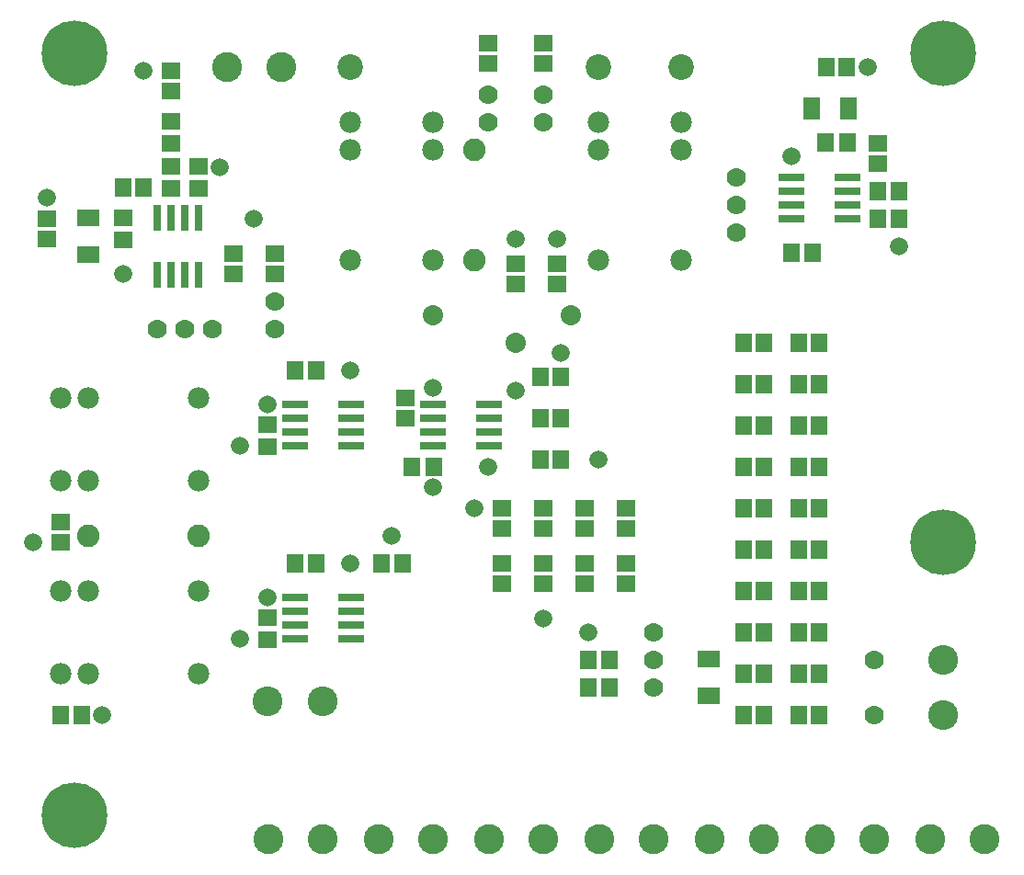
<source format=gbr>
G75*
%MOIN*%
%OFA0B0*%
%FSLAX25Y25*%
%IPPOS*%
%LPD*%
%AMOC8*
5,1,8,0,0,1.08239X$1,22.5*
%
%ADD10C,0.09300*%
%ADD11R,0.05918X0.07099*%
%ADD12C,0.10800*%
%ADD13R,0.07099X0.05918*%
%ADD14C,0.07000*%
%ADD15C,0.08200*%
%ADD16R,0.07887X0.06312*%
%ADD17R,0.06312X0.07887*%
%ADD18R,0.09461X0.03162*%
%ADD19R,0.03162X0.09461*%
%ADD20C,0.07800*%
%ADD21R,0.06706X0.05918*%
%ADD22R,0.05918X0.06706*%
%ADD23C,0.07343*%
%ADD24C,0.10879*%
%ADD25C,0.23800*%
%ADD26C,0.06556*%
D10*
X0132200Y0333933D03*
X0222200Y0333933D03*
X0252200Y0333933D03*
D11*
X0304513Y0306433D03*
X0312387Y0306433D03*
X0323263Y0288933D03*
X0331137Y0288933D03*
X0331137Y0278933D03*
X0323263Y0278933D03*
X0162387Y0188933D03*
X0154513Y0188933D03*
X0119887Y0223933D03*
X0112013Y0223933D03*
X0112013Y0153933D03*
X0119887Y0153933D03*
D12*
X0122200Y0103933D03*
X0102200Y0103933D03*
X0347200Y0098933D03*
X0347200Y0118933D03*
D13*
X0102200Y0126246D03*
X0102200Y0134120D03*
X0102200Y0196246D03*
X0102200Y0204120D03*
X0049700Y0271246D03*
X0049700Y0279120D03*
X0067200Y0289996D03*
X0067200Y0297870D03*
X0067200Y0306246D03*
X0077200Y0297870D03*
X0077200Y0289996D03*
X0067200Y0314120D03*
D14*
X0104700Y0248933D03*
X0104700Y0238933D03*
X0082200Y0238933D03*
X0072200Y0238933D03*
X0062200Y0238933D03*
X0182200Y0313933D03*
X0182200Y0323933D03*
X0202200Y0323933D03*
X0202200Y0313933D03*
X0272200Y0293933D03*
X0272200Y0283933D03*
X0272200Y0273933D03*
X0242200Y0128933D03*
X0242200Y0118933D03*
X0242200Y0108933D03*
X0322200Y0098933D03*
X0322200Y0118933D03*
D15*
X0177200Y0263933D03*
X0177200Y0303933D03*
X0077200Y0163933D03*
X0037200Y0163933D03*
D16*
X0037200Y0265990D03*
X0037200Y0279376D03*
X0262200Y0119376D03*
X0262200Y0105990D03*
D17*
X0299257Y0318933D03*
X0312643Y0318933D03*
D18*
X0312436Y0293933D03*
X0312436Y0288933D03*
X0312436Y0283933D03*
X0312436Y0278933D03*
X0291964Y0278933D03*
X0291964Y0283933D03*
X0291964Y0288933D03*
X0291964Y0293933D03*
X0182436Y0211433D03*
X0182436Y0206433D03*
X0182436Y0201433D03*
X0182436Y0196433D03*
X0161964Y0196433D03*
X0161964Y0201433D03*
X0161964Y0206433D03*
X0161964Y0211433D03*
X0132436Y0211433D03*
X0132436Y0206433D03*
X0132436Y0201433D03*
X0132436Y0196433D03*
X0111964Y0196433D03*
X0111964Y0201433D03*
X0111964Y0206433D03*
X0111964Y0211433D03*
X0111964Y0141433D03*
X0111964Y0136433D03*
X0111964Y0131433D03*
X0111964Y0126433D03*
X0132436Y0126433D03*
X0132436Y0131433D03*
X0132436Y0136433D03*
X0132436Y0141433D03*
D19*
X0077200Y0258697D03*
X0072200Y0258697D03*
X0067200Y0258697D03*
X0062200Y0258697D03*
X0062200Y0279169D03*
X0067200Y0279169D03*
X0072200Y0279169D03*
X0077200Y0279169D03*
D20*
X0132200Y0263933D03*
X0162200Y0263933D03*
X0162200Y0303933D03*
X0162200Y0313933D03*
X0132200Y0313933D03*
X0132200Y0303933D03*
X0222200Y0303933D03*
X0222200Y0313933D03*
X0252200Y0313933D03*
X0252200Y0303933D03*
X0252200Y0263933D03*
X0222200Y0263933D03*
X0077200Y0213933D03*
X0077200Y0183933D03*
X0037200Y0183933D03*
X0027200Y0183933D03*
X0027200Y0213933D03*
X0037200Y0213933D03*
X0037200Y0143933D03*
X0027200Y0143933D03*
X0027200Y0113933D03*
X0037200Y0113933D03*
X0077200Y0113933D03*
X0077200Y0143933D03*
D21*
X0027200Y0161443D03*
X0027200Y0168923D03*
X0089700Y0258943D03*
X0089700Y0266423D03*
X0104700Y0266423D03*
X0104700Y0258943D03*
X0152200Y0213923D03*
X0152200Y0206443D03*
X0187200Y0173923D03*
X0187200Y0166443D03*
X0187200Y0153923D03*
X0187200Y0146443D03*
X0202200Y0146443D03*
X0202200Y0153923D03*
X0217200Y0153923D03*
X0217200Y0146443D03*
X0232200Y0146443D03*
X0232200Y0153923D03*
X0232200Y0166443D03*
X0232200Y0173923D03*
X0217200Y0173923D03*
X0217200Y0166443D03*
X0202200Y0166443D03*
X0202200Y0173923D03*
X0207200Y0255193D03*
X0207200Y0262673D03*
X0192200Y0262673D03*
X0192200Y0255193D03*
X0182200Y0335193D03*
X0182200Y0342673D03*
X0202200Y0342673D03*
X0202200Y0335193D03*
X0323450Y0306423D03*
X0323450Y0298943D03*
X0067200Y0325193D03*
X0067200Y0332673D03*
X0022200Y0278923D03*
X0022200Y0271443D03*
D22*
X0049710Y0290183D03*
X0057190Y0290183D03*
X0200960Y0221433D03*
X0208440Y0221433D03*
X0208440Y0206433D03*
X0200960Y0206433D03*
X0200960Y0191433D03*
X0208440Y0191433D03*
X0150940Y0153933D03*
X0143460Y0153933D03*
X0218460Y0118933D03*
X0225940Y0118933D03*
X0225940Y0108933D03*
X0218460Y0108933D03*
X0274710Y0113933D03*
X0282190Y0113933D03*
X0294710Y0113933D03*
X0302190Y0113933D03*
X0302190Y0098933D03*
X0294710Y0098933D03*
X0282190Y0098933D03*
X0274710Y0098933D03*
X0274710Y0128933D03*
X0282190Y0128933D03*
X0294710Y0128933D03*
X0302190Y0128933D03*
X0302190Y0143933D03*
X0294710Y0143933D03*
X0282190Y0143933D03*
X0274710Y0143933D03*
X0274710Y0158933D03*
X0282190Y0158933D03*
X0294710Y0158933D03*
X0302190Y0158933D03*
X0302190Y0173933D03*
X0294710Y0173933D03*
X0282190Y0173933D03*
X0274710Y0173933D03*
X0274710Y0188933D03*
X0282190Y0188933D03*
X0294710Y0188933D03*
X0302190Y0188933D03*
X0302190Y0203933D03*
X0294710Y0203933D03*
X0282190Y0203933D03*
X0274710Y0203933D03*
X0274710Y0218933D03*
X0282190Y0218933D03*
X0294710Y0218933D03*
X0302190Y0218933D03*
X0302190Y0233933D03*
X0294710Y0233933D03*
X0282190Y0233933D03*
X0274710Y0233933D03*
X0292210Y0266433D03*
X0299690Y0266433D03*
X0304710Y0333933D03*
X0312190Y0333933D03*
X0034690Y0098933D03*
X0027210Y0098933D03*
D23*
X0162200Y0243933D03*
X0192200Y0233933D03*
X0212200Y0243933D03*
D24*
X0107043Y0333933D03*
X0087357Y0333933D03*
X0102357Y0053933D03*
X0122043Y0053933D03*
X0142357Y0053933D03*
X0162043Y0053933D03*
X0182357Y0053933D03*
X0202043Y0053933D03*
X0222357Y0053933D03*
X0242043Y0053933D03*
X0262357Y0053933D03*
X0282043Y0053933D03*
X0302357Y0053933D03*
X0322043Y0053933D03*
X0342357Y0053933D03*
X0362043Y0053933D03*
D25*
X0032200Y0062683D03*
X0032200Y0338933D03*
X0347200Y0338933D03*
X0347200Y0161433D03*
D26*
X0330950Y0268933D03*
X0292200Y0301433D03*
X0319700Y0333933D03*
X0207200Y0271433D03*
X0192200Y0271433D03*
X0208450Y0230183D03*
X0192200Y0216433D03*
X0182200Y0188933D03*
X0177200Y0173933D03*
X0162200Y0181433D03*
X0147200Y0163933D03*
X0132200Y0153933D03*
X0102200Y0141433D03*
X0092200Y0126433D03*
X0042200Y0098933D03*
X0017200Y0161433D03*
X0092200Y0196433D03*
X0102200Y0211433D03*
X0132200Y0223933D03*
X0162200Y0217683D03*
X0222200Y0191433D03*
X0202200Y0133933D03*
X0218450Y0128933D03*
X0097200Y0278933D03*
X0084700Y0297683D03*
X0057200Y0332683D03*
X0022200Y0286433D03*
X0049700Y0258933D03*
M02*

</source>
